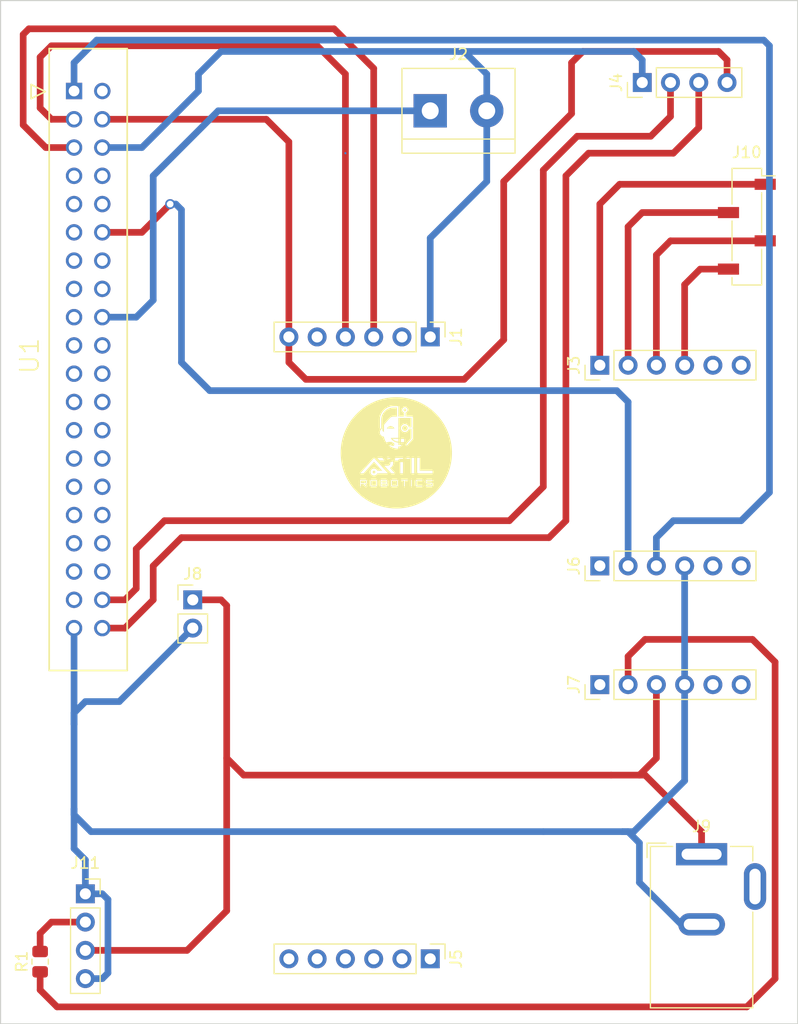
<source format=kicad_pcb>
(kicad_pcb (version 20211014) (generator pcbnew)
  (title_block (date "15 nov 2012"))
  (layers (0 "F.Cu" signal) (31 "B.Cu" signal) (34 "B.Paste" user) (35 "F.Paste" user) (36 "B.SilkS" user "B.Silkscreen") (37 "F.SilkS" user "F.Silkscreen") (38 "B.Mask" user) (39 "F.Mask" user) (44 "Edge.Cuts" user))
  (net 0 "")
  (net 1 "+3V3")
  (net 2 "+5V")
  (net 3 "GND")
  (net 4 "/ID_SD")
  (net 5 "/ID_SC")
  (net 6 "/GPIO5")
  (net 7 "/GPIO6")
  (net 8 "/GPIO26")
  (net 9 "/GPIO2(SDA1)")
  (net 10 "/GPIO3(SCL1)")
  (net 11 "/GPIO4(GCLK)")
  (net 12 "/GPIO14(TXD0)")
  (net 13 "/GPIO15(RXD0)")
  (net 14 "/GPIO17(GEN0)")
  (net 15 "/GPIO27(GEN2)")
  (net 16 "/GPIO22(GEN3)")
  (net 17 "/GPIO23(GEN4)")
  (net 18 "/GPIO24(GEN5)")
  (net 19 "/GPIO25(GEN6)")
  (net 20 "/GPIO18(GEN1)(PWM0)")
  (net 21 "/GPIO10(SPI0_MOSI)")
  (net 22 "/GPIO9(SPI0_MISO)")
  (net 23 "/GPIO11(SPI0_SCK)")
  (net 24 "/GPIO8(SPI0_CE_N)")
  (net 25 "/GPIO7(SPI1_CE_N)")
  (net 26 "/GPIO12(PWM0)")
  (net 27 "/GPIO13(PWM1)")
  (net 28 "/GPIO19(SPI1_MISO)")
  (net 29 "/GPIO16")
  (net 30 "/GPIO20(SPI1_MOSI)")
  (net 31 "/GPIO21(SPI1_SCK)")
  (net 34 "/E+")
  (net 35 "/E-")
  (net 36 "/A-")
  (net 37 "/A+")
  (net 46 "/LV1")
  (net 47 "Net-(J11-Pad2)")
  (net 48 "/LV3")
  (net 49 "/LV4")
  (net 50 "/HV1")
  (net 51 "/HV2")
  (net 52 "+5VA")
  (net 53 "/HV3")
  (net 54 "/HV4")
  (footprint "Connector_PinHeader_2.54mm:PinHeader_1x06_P2.54mm_Vertical" (layer "F.Cu") (at 268.58 138.57 -90)
    (fp_text reference "J1" (at 0 -2.33 90) (layer "F.SilkS"))
    (fp_text value "Conn_01x06")
    (pad "1" thru_hole rect (at 0 0 270) (size 1.7 1.7) (drill 1) (layers *.Cu *.Mask) (net 3 "GND"))
    (pad "2" thru_hole oval (at 0 2.54 270) (size 1.7 1.7) (drill 1) (layers *.Cu *.Mask))
    (pad "3" thru_hole oval (at 0 5.08 270) (size 1.7 1.7) (drill 1) (layers *.Cu *.Mask) (net 10 "/GPIO3(SCL1)"))
    (pad "4" thru_hole oval (at 0 7.62 270) (size 1.7 1.7) (drill 1) (layers *.Cu *.Mask) (net 9 "/GPIO2(SDA1)"))
    (pad "5" thru_hole oval (at 0 10.16 270) (size 1.7 1.7) (drill 1) (layers *.Cu *.Mask))
    (pad "6" thru_hole oval (at 0 12.7 270) (size 1.7 1.7) (drill 1) (layers *.Cu *.Mask) (net 2 "+5V"))
  )
  (footprint "Connector_PinHeader_2.54mm:PinHeader_1x04_P2.54mm_Vertical" (layer "F.Cu") (at 287.63 115.71 90)
    (fp_text reference "J4" (at 0 -2.33 90) (layer "F.SilkS"))
    (fp_text value "Conn_01x04")
    (pad "1" thru_hole rect (at 0 0 90) (size 1.7 1.7) (drill 1) (layers *.Cu *.Mask) (net 3 "GND"))
    (pad "2" thru_hole oval (at 0 2.54 90) (size 1.7 1.7) (drill 1) (layers *.Cu *.Mask) (net 30 "/GPIO20(SPI1_MOSI)"))
    (pad "3" thru_hole oval (at 0 5.08 90) (size 1.7 1.7) (drill 1) (layers *.Cu *.Mask) (net 31 "/GPIO21(SPI1_SCK)"))
    (pad "4" thru_hole oval (at 0 7.62 90) (size 1.7 1.7) (drill 1) (layers *.Cu *.Mask) (net 2 "+5V"))
  )
  (footprint "Connector_PinHeader_2.54mm:PinHeader_1x06_P2.54mm_Vertical" (layer "F.Cu") (at 283.82 159.144 90)
    (fp_text reference "J6" (at 0 -2.33 90) (layer "F.SilkS"))
    (fp_text value "Conn_01x06")
    (pad "1" thru_hole rect (at 0 0 90) (size 1.7 1.7) (drill 1) (layers *.Cu *.Mask) (net 46 "/LV1"))
    (pad "2" thru_hole oval (at 0 2.54 90) (size 1.7 1.7) (drill 1) (layers *.Cu *.Mask) (net 20 "/GPIO18(GEN1)(PWM0)"))
    (pad "3" thru_hole oval (at 0 5.08 90) (size 1.7 1.7) (drill 1) (layers *.Cu *.Mask) (net 1 "+3V3"))
    (pad "4" thru_hole oval (at 0 7.62 90) (size 1.7 1.7) (drill 1) (layers *.Cu *.Mask) (net 3 "GND"))
    (pad "5" thru_hole oval (at 0 10.16 90) (size 1.7 1.7) (drill 1) (layers *.Cu *.Mask) (net 48 "/LV3"))
    (pad "6" thru_hole oval (at 0 12.7 90) (size 1.7 1.7) (drill 1) (layers *.Cu *.Mask) (net 49 "/LV4"))
  )
  (footprint "Connector_PinHeader_2.54mm:PinHeader_1x06_P2.54mm_Vertical" (layer "F.Cu") (at 268.58 194.45 -90)
    (fp_text reference "J5" (at 0 -2.33 90) (layer "F.SilkS"))
    (fp_text value "Conn_01x06")
    (pad "1" thru_hole rect (at 0 0 270) (size 1.7 1.7) (drill 1) (layers *.Cu *.Mask))
    (pad "2" thru_hole oval (at 0 2.54 270) (size 1.7 1.7) (drill 1) (layers *.Cu *.Mask))
    (pad "3" thru_hole oval (at 0 5.08 270) (size 1.7 1.7) (drill 1) (layers *.Cu *.Mask))
    (pad "4" thru_hole oval (at 0 7.62 270) (size 1.7 1.7) (drill 1) (layers *.Cu *.Mask))
    (pad "5" thru_hole oval (at 0 10.16 270) (size 1.7 1.7) (drill 1) (layers *.Cu *.Mask))
    (pad "6" thru_hole oval (at 0 12.7 270) (size 1.7 1.7) (drill 1) (layers *.Cu *.Mask))
  )
  (footprint "Connector_PinSocket_2.54mm:PinSocket_1x04_P2.54mm_Vertical_SMD_Pin1Right" (layer "F.Cu") (at 297.028 128.664)
    (fp_text reference "J10" (at 0 -6.68) (layer "F.SilkS"))
    (fp_text value "Conn_01x04")
    (pad "1" smd rect (at 1.65 -3.81) (size 1.9 1) (layers "F.Cu" "F.Paste" "F.Mask") (net 34 "/E+"))
    (pad "2" smd rect (at -1.65 -1.27) (size 1.9 1) (layers "F.Cu" "F.Paste" "F.Mask") (net 35 "/E-"))
    (pad "3" smd rect (at 1.65 1.27) (size 1.9 1) (layers "F.Cu" "F.Paste" "F.Mask") (net 36 "/A-"))
    (pad "4" smd rect (at -1.65 3.81) (size 1.9 1) (layers "F.Cu" "F.Paste" "F.Mask") (net 37 "/A+"))
  )
  (footprint "Connector_PinSocket_2.54mm:PinSocket_1x04_P2.54mm_Vertical" (layer "F.Cu") (at 237.592 188.608)
    (fp_text reference "J11" (at 0 -2.77) (layer "F.SilkS"))
    (fp_text value "Conn_01x04")
    (pad "1" thru_hole rect (at 0 0) (size 1.7 1.7) (drill 1) (layers *.Cu *.Mask) (net 3 "GND"))
    (pad "2" thru_hole oval (at 0 2.54) (size 1.7 1.7) (drill 1) (layers *.Cu *.Mask) (net 47 "Net-(J11-Pad2)"))
    (pad "3" thru_hole oval (at 0 5.08) (size 1.7 1.7) (drill 1) (layers *.Cu *.Mask) (net 52 "+5VA"))
    (pad "4" thru_hole oval (at 0 7.62) (size 1.7 1.7) (drill 1) (layers *.Cu *.Mask) (net 3 "GND"))
  )
  (footprint "Connector_BarrelJack:BarrelJack_GCT_DCJ200-10-A_Horizontal" (layer "F.Cu") (at 292.964 185.052)
    (fp_text reference "J9" (at 0 -2.5) (layer "F.SilkS"))
    (fp_text value "Conn_01x02")
    (pad "1" thru_hole rect (at 0 0) (size 4.6 2) (drill oval 3.6 1) (layers *.Cu *.Mask) (net 52 "+5VA"))
    (pad "2" thru_hole oval (at 0 6.3) (size 4.2 2) (drill oval 3.2 1) (layers *.Cu *.Mask) (net 3 "GND"))
    (pad "3" thru_hole oval (at 4.8 2.9) (size 2 4.2) (drill oval 1 3.2) (layers *.Cu *.Mask))
  )
  (footprint "Connector_PinHeader_2.54mm:PinHeader_1x06_P2.54mm_Vertical" (layer "F.Cu") (at 283.82 141.11 90)
    (fp_text reference "J3" (at 0 -2.33 90) (layer "F.SilkS"))
    (fp_text value "Conn_01x06")
    (pad "1" thru_hole rect (at 0 0 90) (size 1.7 1.7) (drill 1) (layers *.Cu *.Mask) (net 34 "/E+"))
    (pad "2" thru_hole oval (at 0 2.54 90) (size 1.7 1.7) (drill 1) (layers *.Cu *.Mask) (net 35 "/E-"))
    (pad "3" thru_hole oval (at 0 5.08 90) (size 1.7 1.7) (drill 1) (layers *.Cu *.Mask) (net 36 "/A-"))
    (pad "4" thru_hole oval (at 0 7.62 90) (size 1.7 1.7) (drill 1) (layers *.Cu *.Mask) (net 37 "/A+"))
    (pad "5" thru_hole oval (at 0 10.16 90) (size 1.7 1.7) (drill 1) (layers *.Cu *.Mask))
    (pad "6" thru_hole oval (at 0 12.7 90) (size 1.7 1.7) (drill 1) (layers *.Cu *.Mask))
  )
  (footprint "Resistor_SMD:R_0805_2012Metric" (layer "F.Cu") (at 233.528 194.704 90)
    (fp_text reference "R1" (at 0 -1.65 90) (layer "F.SilkS"))
    (fp_text value "R")
    (pad "1" smd roundrect (at -0.9125 0 90) (size 1.025 1.4) (layers "F.Cu" "F.Paste" "F.Mask") (roundrect_rratio 0.243902) (net 51 "/HV2"))
    (pad "2" smd roundrect (at 0.9125 0 90) (size 1.025 1.4) (layers "F.Cu" "F.Paste" "F.Mask") (roundrect_rratio 0.243902) (net 47 "Net-(J11-Pad2)"))
  )
  (footprint "Sellos:Sello_completo" (layer "F.Cu") (at 265.532 148.984)
    (fp_text reference "G1" (at 0 0) (layer "F.SilkS") (effects (font (size 1.524 1.524) (thickness 0.3))))
    (fp_text value "LOGO" hide)
  )
  (footprint "Connector_PinHeader_2.54mm:PinHeader_1x02_P2.54mm_Vertical" (layer "F.Cu") (at 247.244 162.192)
    (fp_text reference "J8" (at 0 -2.33) (layer "F.SilkS"))
    (fp_text value "Conn_01x02")
    (pad "1" thru_hole rect (at 0 0) (size 1.7 1.7) (drill 1) (layers *.Cu *.Mask) (net 52 "+5VA"))
    (pad "2" thru_hole oval (at 0 2.54) (size 1.7 1.7) (drill 1) (layers *.Cu *.Mask) (net 3 "GND"))
  )
  (footprint "Connector_PinHeader_2.54mm:PinHeader_1x06_P2.54mm_Vertical" (layer "F.Cu") (at 283.82 169.812 90)
    (fp_text reference "J7" (at 0 -2.33 90) (layer "F.SilkS"))
    (fp_text value "Conn_01x06")
    (pad "1" thru_hole rect (at 0 0 90) (size 1.7 1.7) (drill 1) (layers *.Cu *.Mask) (net 50 "/HV1"))
    (pad "2" thru_hole oval (at 0 2.54 90) (size 1.7 1.7) (drill 1) (layers *.Cu *.Mask) (net 51 "/HV2"))
    (pad "3" thru_hole oval (at 0 5.08 90) (size 1.7 1.7) (drill 1) (layers *.Cu *.Mask) (net 52 "+5VA"))
    (pad "4" thru_hole oval (at 0 7.62 90) (size 1.7 1.7) (drill 1) (layers *.Cu *.Mask) (net 3 "GND"))
    (pad "5" thru_hole oval (at 0 10.16 90) (size 1.7 1.7) (drill 1) (layers *.Cu *.Mask) (net 53 "/HV3"))
    (pad "6" thru_hole oval (at 0 12.7 90) (size 1.7 1.7) (drill 1) (layers *.Cu *.Mask) (net 54 "/HV4"))
  )
  (footprint "TerminalBlock:TerminalBlock_bornier-2_P5.08mm" (layer "F.Cu") (at 268.58 118.25)
    (fp_text reference "J2" (at 2.54 -5.08) (layer "F.SilkS"))
    (fp_text value "Conn_01x02")
    (pad "1" thru_hole rect (at 0 0) (size 3 3) (drill 1.52) (layers *.Cu *.Mask) (net 18 "/GPIO24(GEN5)"))
    (pad "2" thru_hole circle (at 5.08 0) (size 3 3) (drill 1.52) (layers *.Cu *.Mask) (net 3 "GND"))
  )
  (footprint "Rubilon:3M_7840-0000PR" (layer "F.Cu") (at 239.116 116.472 90)
    (fp_text reference "U1" (at -23.7941 -6.5332 90) (layer "F.SilkS") (effects (font (size 1.641354 1.641354))))
    (fp_text value "7840-0000PR")
    (pad "1" thru_hole rect locked (at 0 -2.54 90) (size 1.4732 1.4732) (drill 0.9652) (layers *.Cu *.Mask) (net 1 "+3V3"))
    (pad "2" thru_hole circle locked (at 0 0 90) (size 1.4732 1.4732) (drill 0.9652) (layers *.Cu *.Mask) (net 2 "+5V"))
    (pad "3" thru_hole circle locked (at -2.54 -2.54 90) (size 1.4732 1.4732) (drill 0.9652) (layers *.Cu *.Mask) (net 9 "/GPIO2(SDA1)"))
    (pad "4" thru_hole circle locked (at -2.54 0 90) (size 1.4732 1.4732) (drill 0.9652) (layers *.Cu *.Mask) (net 2 "+5V"))
    (pad "5" thru_hole circle locked (at -5.08 -2.54 90) (size 1.4732 1.4732) (drill 0.9652) (layers *.Cu *.Mask) (net 10 "/GPIO3(SCL1)"))
    (pad "6" thru_hole circle locked (at -5.08 0 90) (size 1.4732 1.4732) (drill 0.9652) (layers *.Cu *.Mask) (net 3 "GND"))
    (pad "7" thru_hole circle locked (at -7.62 -2.54 90) (size 1.4732 1.4732) (drill 0.9652) (layers *.Cu *.Mask) (net 11 "/GPIO4(GCLK)"))
    (pad "8" thru_hole circle locked (at -7.62 0 90) (size 1.4732 1.4732) (drill 0.9652) (layers *.Cu *.Mask) (net 12 "/GPIO14(TXD0)"))
    (pad "9" thru_hole circle locked (at -10.16 -2.54 90) (size 1.4732 1.4732) (drill 0.9652) (layers *.Cu *.Mask) (net 3 "GND"))
    (pad "10" thru_hole circle locked (at -10.16 0 90) (size 1.4732 1.4732) (drill 0.9652) (layers *.Cu *.Mask) (net 13 "/GPIO15(RXD0)"))
    (pad "11" thru_hole circle locked (at -12.7 -2.54 90) (size 1.4732 1.4732) (drill 0.9652) (layers *.Cu *.Mask) (net 14 "/GPIO17(GEN0)"))
    (pad "12" thru_hole circle locked (at -12.7 0 90) (size 1.4732 1.4732) (drill 0.9652) (layers *.Cu *.Mask) (net 20 "/GPIO18(GEN1)(PWM0)"))
    (pad "13" thru_hole circle locked (at -15.24 -2.54 90) (size 1.4732 1.4732) (drill 0.9652) (layers *.Cu *.Mask) (net 15 "/GPIO27(GEN2)"))
    (pad "14" thru_hole circle locked (at -15.24 0 90) (size 1.4732 1.4732) (drill 0.9652) (layers *.Cu *.Mask) (net 3 "GND"))
    (pad "15" thru_hole circle locked (at -17.78 -2.54 90) (size 1.4732 1.4732) (drill 0.9652) (layers *.Cu *.Mask) (net 16 "/GPIO22(GEN3)"))
    (pad "16" thru_hole circle locked (at -17.78 0 90) (size 1.4732 1.4732) (drill 0.9652) (layers *.Cu *.Mask) (net 17 "/GPIO23(GEN4)"))
    (pad "17" thru_hole circle locked (at -20.32 -2.54 90) (size 1.4732 1.4732) (drill 0.9652) (layers *.Cu *.Mask) (net 1 "+3V3"))
    (pad "18" thru_hole circle locked (at -20.32 0 90) (size 1.4732 1.4732) (drill 0.9652) (layers *.Cu *.Mask) (net 18 "/GPIO24(GEN5)"))
    (pad "19" thru_hole circle locked (at -22.86 -2.54 90) (size 1.4732 1.4732) (drill 0.9652) (layers *.Cu *.Mask) (net 21 "/GPIO10(SPI0_MOSI)"))
    (pad "20" thru_hole circle locked (at -22.86 0 90) (size 1.4732 1.4732) (drill 0.9652) (layers *.Cu *.Mask) (net 3 "GND"))
    (pad "21" thru_hole circle locked (at -25.4 -2.54 90) (size 1.4732 1.4732) (drill 0.9652) (layers *.Cu *.Mask) (net 22 "/GPIO9(SPI0_MISO)"))
    (pad "22" thru_hole circle locked (at -25.4 0 90) (size 1.4732 1.4732) (drill 0.9652) (layers *.Cu *.Mask) (net 19 "/GPIO25(GEN6)"))
    (pad "23" thru_hole circle locked (at -27.94 -2.54 90) (size 1.4732 1.4732) (drill 0.9652) (layers *.Cu *.Mask) (net 23 "/GPIO11(SPI0_SCK)"))
    (pad "24" thru_hole circle locked (at -27.94 0 90) (size 1.4732 1.4732) (drill 0.9652) (layers *.Cu *.Mask) (net 24 "/GPIO8(SPI0_CE_N)"))
    (pad "25" thru_hole circle locked (at -30.48 -2.54 90) (size 1.4732 1.4732) (drill 0.9652) (layers *.Cu *.Mask) (net 3 "GND"))
    (pad "26" thru_hole circle locked (at -30.48 0 90) (size 1.4732 1.4732) (drill 0.9652) (layers *.Cu *.Mask) (net 25 "/GPIO7(SPI1_CE_N)"))
    (pad "27" thru_hole circle locked (at -33.02 -2.54 90) (size 1.4732 1.4732) (drill 0.9652) (layers *.Cu *.Mask) (net 4 "/ID_SD"))
    (pad "28" thru_hole circle locked (at -33.02 0 90) (size 1.4732 1.4732) (drill 0.9652) (layers *.Cu *.Mask) (net 5 "/ID_SC"))
    (pad "29" thru_hole circle locked (at -35.56 -2.54 90) (size 1.4732 1.4732) (drill 0.9652) (layers *.Cu *.Mask) (net 6 "/GPIO5"))
    (pad "30" thru_hole circle locked (at -35.56 0 90) (size 1.4732 1.4732) (drill 0.9652) (layers *.Cu *.Mask) (net 3 "GND"))
    (pad "31" thru_hole circle locked (at -38.1 -2.54 90) (size 1.4732 1.4732) (drill 0.9652) (layers *.Cu *.Mask) (net 7 "/GPIO6"))
    (pad "32" thru_hole circle locked (at -38.1 0 90) (size 1.4732 1.4732) (drill 0.9652) (layers *.Cu *.Mask) (net 26 "/GPIO12(PWM0)"))
    (pad "33" thru_hole circle locked (at -40.64 -2.54 90) (size 1.4732 1.4732) (drill 0.9652) (layers *.Cu *.Mask) (net 27 "/GPIO13(PWM1)"))
    (pad "34" thru_hole circle locked (at -40.64 0 90) (size 1.4732 1.4732) (drill 0.9652) (layers *.Cu *.Mask) (net 3 "GND"))
    (pad "35" thru_hole circle locked (at -43.18 -2.54 90) (size 1.4732 1.4732) (drill 0.9652) (layers *.Cu *.Mask) (net 28 "/GPIO19(SPI1_MISO)"))
    (pad "36" thru_hole circle locked (at -43.18 0 90) (size 1.4732 1.4732) (drill 0.9652) (layers *.Cu *.Mask) (net 29 "/GPIO16"))
    (pad "37" thru_hole circle locked (at -45.72 -2.54 90) (size 1.4732 1.4732) (drill 0.9652) (layers *.Cu *.Mask) (net 8 "/GPIO26"))
    (pad "38" thru_hole circle locked (at -45.72 0 90) (size 1.4732 1.4732) (drill 0.9652) (layers *.Cu *.Mask) (net 30 "/GPIO20(SPI1_MOSI)"))
    (pad "39" thru_hole circle locked (at -48.26 -2.54 90) (size 1.4732 1.4732) (drill 0.9652) (layers *.Cu *.Mask) (net 3 "GND"))
    (pad "40" thru_hole circle locked (at -48.26 0 90) (size 1.4732 1.4732) (drill 0.9652) (layers *.Cu *.Mask) (net 31 "/GPIO21(SPI1_SCK)"))
  )
  (gr_line (start 229.972 108.344) (end 301.6 108.344) (layer "Edge.Cuts") (width 0.1))
  (gr_line (start 301.6 108.344) (end 301.6 200.292) (layer "Edge.Cuts") (width 0.1))
  (gr_line (start 301.6 200.292) (end 229.972 200.292) (layer "Edge.Cuts") (width 0.1))
  (gr_line (start 229.972 200.292) (end 229.972 108.344) (layer "Edge.Cuts") (width 0.1))
  (segment (start 296.52 155.08) (end 299.06 152.54) (width 0.6) (layer "B.Cu") (net 1))
  (segment (start 236.576 113.932) (end 236.576 116.472) (width 0.6) (layer "B.Cu") (net 1))
  (segment (start 290.424 155.08) (end 296.52 155.08) (width 0.6) (layer "B.Cu") (net 1))
  (segment (start 299.06 112.408) (end 298.552 111.9) (width 0.6) (layer "B.Cu") (net 1))
  (segment (start 238.608 111.9) (end 236.576 113.932) (width 0.6) (layer "B.Cu") (net 1))
  (segment (start 288.9 156.604) (end 288.9 159.144) (width 0.6) (layer "B.Cu") (net 1))
  (segment (start 298.552 111.9) (end 238.608 111.9) (width 0.6) (layer "B.Cu") (net 1))
  (segment (start 288.9 156.604) (end 290.424 155.08) (width 0.6) (layer "B.Cu") (net 1))
  (segment (start 299.06 152.54) (end 299.06 112.408) (width 0.6) (layer "B.Cu") (net 1))
  (segment (start 255.88 121.044) (end 253.848 119.012) (width 0.6) (layer "F.Cu") (net 2))
  (segment (start 282.296 112.916) (end 294.488 112.916) (width 0.6) (layer "F.Cu") (net 2))
  (segment (start 294.488 112.916) (end 295.25 113.678) (width 0.6) (layer "F.Cu") (net 2))
  (segment (start 275.184 124.6) (end 281.28 118.504) (width 0.6) (layer "F.Cu") (net 2))
  (segment (start 271.628 142.38) (end 275.184 138.824) (width 0.6) (layer "F.Cu") (net 2))
  (segment (start 295.25 113.678) (end 295.25 115.71) (width 0.6) (layer "F.Cu") (net 2))
  (segment (start 255.88 140.856) (end 257.404 142.38) (width 0.6) (layer "F.Cu") (net 2))
  (segment (start 275.184 138.824) (end 275.184 124.6) (width 0.6) (layer "F.Cu") (net 2))
  (segment (start 281.28 113.932) (end 282.296 112.916) (width 0.6) (layer "F.Cu") (net 2))
  (segment (start 253.848 119.012) (end 239.116 119.012) (width 0.6) (layer "F.Cu") (net 2))
  (segment (start 255.88 138.57) (end 255.88 140.856) (width 0.6) (layer "F.Cu") (net 2))
  (segment (start 257.404 142.38) (end 271.628 142.38) (width 0.6) (layer "F.Cu") (net 2))
  (segment (start 255.88 138.57) (end 255.88 121.044) (width 0.6) (layer "F.Cu") (net 2))
  (segment (start 281.28 118.504) (end 281.28 113.932) (width 0.6) (layer "F.Cu") (net 2))
  (segment (start 287.376 187.592) (end 287.376 184.036) (width 0.6) (layer "B.Cu") (net 3))
  (segment (start 236.576 184.544) (end 236.576 180.988) (width 0.6) (layer "B.Cu") (net 3))
  (segment (start 236.576 173.368) (end 236.576 180.988) (width 0.6) (layer "B.Cu") (net 3))
  (segment (start 237.592 185.56) (end 236.576 184.544) (width 0.6) (layer "B.Cu") (net 3))
  (segment (start 236.576 172.352) (end 236.576 173.368) (width 0.6) (layer "B.Cu") (net 3))
  (segment (start 292.964 191.352) (end 291.136 191.352) (width 0.6) (layer "B.Cu") (net 3))
  (segment (start 236.576 181.496) (end 238.1 183.02) (width 0.6) (layer "B.Cu") (net 3))
  (segment (start 273.66 114.948) (end 273.66 118.25) (width 0.6) (layer "B.Cu") (net 3))
  (segment (start 236.576 180.988) (end 236.576 181.496) (width 0.6) (layer "B.Cu") (net 3))
  (segment (start 247.752 114.948) (end 249.784 112.916) (width 0.6) (layer "B.Cu") (net 3))
  (segment (start 242.672 121.552) (end 247.752 116.472) (width 0.6) (layer "B.Cu") (net 3))
  (segment (start 239.116 121.552) (end 242.672 121.552) (width 0.6) (layer "B.Cu") (net 3))
  (segment (start 268.58 129.68) (end 273.66 124.6) (width 0.6) (layer "B.Cu") (net 3))
  (segment (start 291.136 191.352) (end 287.376 187.592) (width 0.6) (layer "B.Cu") (net 3))
  (segment (start 291.44 159.144) (end 291.44 169.812) (width 0.6) (layer "B.Cu") (net 3))
  (segment (start 237.592 171.336) (end 236.576 172.352) (width 0.6) (layer "B.Cu") (net 3))
  (segment (start 291.44 178.448) (end 291.44 169.812) (width 0.6) (layer "B.Cu") (net 3))
  (segment (start 249.784 112.916) (end 271.12 112.916) (width 0.6) (layer "B.Cu") (net 3))
  (segment (start 271.628 112.916) (end 273.66 114.948) (width 0.6) (layer "B.Cu") (net 3))
  (segment (start 287.376 184.036) (end 286.36 183.02) (width 0.6) (layer "B.Cu") (net 3))
  (segment (start 239.116 188.608) (end 237.592 188.608) (width 0.6) (layer "B.Cu") (net 3))
  (segment (start 237.592 188.608) (end 237.592 185.56) (width 0.6) (layer "B.Cu") (net 3))
  (segment (start 286.36 183.02) (end 285.852 183.02) (width 0.6) (layer "B.Cu") (net 3))
  (segment (start 239.116 196.228) (end 239.624 195.72) (width 0.6) (layer "B.Cu") (net 3))
  (segment (start 286.868 112.916) (end 271.12 112.916) (width 0.6) (layer "B.Cu") (net 3))
  (segment (start 237.592 196.228) (end 239.116 196.228) (width 0.6) (layer "B.Cu") (net 3))
  (segment (start 247.244 164.732) (end 240.64 171.336) (width 0.6) (layer "B.Cu") (net 3))
  (segment (start 273.66 124.6) (end 273.66 118.25) (width 0.6) (layer "B.Cu") (net 3))
  (segment (start 286.868 183.02) (end 291.44 178.448) (width 0.6) (layer "B.Cu") (net 3))
  (segment (start 240.64 171.336) (end 237.592 171.336) (width 0.6) (layer "B.Cu") (net 3))
  (segment (start 285.852 183.02) (end 286.868 183.02) (width 0.6) (layer "B.Cu") (net 3))
  (segment (start 260.955 122.055) (end 260.96 122.06) (width 0.2) (layer "B.Cu") (net 3))
  (segment (start 278.74 183.02) (end 285.852 183.02) (width 0.6) (layer "B.Cu") (net 3))
  (segment (start 287.63 113.678) (end 286.868 112.916) (width 0.6) (layer "B.Cu") (net 3))
  (segment (start 278.74 183.02) (end 238.1 183.02) (width 0.6) (layer "B.Cu") (net 3))
  (segment (start 236.576 164.732) (end 236.576 173.368) (width 0.6) (layer "B.Cu") (net 3))
  (segment (start 239.624 189.116) (end 239.116 188.608) (width 0.6) (layer "B.Cu") (net 3))
  (segment (start 268.58 138.57) (end 268.58 129.68) (width 0.6) (layer "B.Cu") (net 3))
  (segment (start 247.752 116.472) (end 247.752 114.948) (width 0.6) (layer "B.Cu") (net 3))
  (segment (start 271.12 112.916) (end 271.628 112.916) (width 0.6) (layer "B.Cu") (net 3))
  (segment (start 239.624 195.72) (end 239.624 189.116) (width 0.6) (layer "B.Cu") (net 3))
  (segment (start 287.63 115.71) (end 287.63 113.678) (width 0.6) (layer "B.Cu") (net 3))
  (segment (start 234.544 112.408) (end 233.528 113.424) (width 0.6) (layer "F.Cu") (net 9))
  (segment (start 260.96 114.948) (end 258.42 112.408) (width 0.6) (layer "F.Cu") (net 9))
  (segment (start 233.528 117.996) (end 234.544 119.012) (width 0.6) (layer "F.Cu") (net 9))
  (segment (start 234.544 119.012) (end 236.576 119.012) (width 0.6) (layer "F.Cu") (net 9))
  (segment (start 258.42 112.408) (end 234.544 112.408) (width 0.6) (layer "F.Cu") (net 9))
  (segment (start 233.528 113.424) (end 233.528 117.996) (width 0.6) (layer "F.Cu") (net 9))
  (segment (start 260.96 138.57) (end 260.96 114.948) (width 0.6) (layer "F.Cu") (net 9))
  (segment (start 234.036 121.552) (end 236.576 121.552) (width 0.6) (layer "F.Cu") (net 10))
  (segment (start 263.5 138.57) (end 263.5 114.44) (width 0.6) (layer "F.Cu") (net 10))
  (segment (start 259.944 110.884) (end 232.512 110.884) (width 0.6) (layer "F.Cu") (net 10))
  (segment (start 232.004 111.392) (end 232.004 119.52) (width 0.6) (layer "F.Cu") (net 10))
  (segment (start 232.004 119.52) (end 234.036 121.552) (width 0.6) (layer "F.Cu") (net 10))
  (segment (start 232.512 110.884) (end 232.004 111.392) (width 0.6) (layer "F.Cu") (net 10))
  (segment (start 263.5 114.44) (end 259.944 110.884) (width 0.6) (layer "F.Cu") (net 10))
  (segment (start 242.164 136.792) (end 239.116 136.792) (width 0.6) (layer "B.Cu") (net 18))
  (segment (start 268.58 118.25) (end 249.53 118.25) (width 0.6) (layer "B.Cu") (net 18))
  (segment (start 243.688 124.092) (end 243.688 135.268) (width 0.6) (layer "B.Cu") (net 18))
  (segment (start 243.688 135.268) (end 242.164 136.792) (width 0.6) (layer "B.Cu") (net 18))
  (segment (start 249.53 118.25) (end 243.688 124.092) (width 0.6) (layer "B.Cu") (net 18))
  (segment (start 242.672 129.172) (end 239.116 129.172) (width 0.6) (layer "F.Cu") (net 20))
  (segment (start 245.212 126.632) (end 242.672 129.172) (width 0.6) (layer "F.Cu") (net 20))
  (via (at 245.212 126.632) (size 0.9) (drill 0.6) (layers "F.Cu" "B.Cu") (net 20))
  (segment (start 286.36 159.144) (end 286.36 144.412) (width 0.6) (layer "B.Cu") (net 20))
  (segment (start 246.228 127.14) (end 245.72 126.632) (width 0.6) (layer "B.Cu") (net 20))
  (segment (start 245.72 126.632) (end 245.212 126.632) (width 0.6) (layer "B.Cu") (net 20))
  (segment (start 285.344 143.396) (end 248.768 143.396) (width 0.6) (layer "B.Cu") (net 20))
  (segment (start 246.228 140.856) (end 246.228 127.14) (width 0.6) (layer "B.Cu") (net 20))
  (segment (start 286.36 144.412) (end 285.344 143.396) (width 0.6) (layer "B.Cu") (net 20))
  (segment (start 248.768 143.396) (end 246.228 140.856) (width 0.6) (layer "B.Cu") (net 20))
  (segment (start 242.164 157.62) (end 244.704 155.08) (width 0.6) (layer "F.Cu") (net 30))
  (segment (start 288.392 120.536) (end 290.17 118.758) (width 0.6) (layer "F.Cu") (net 30))
  (segment (start 244.704 155.08) (end 275.692 155.08) (width 0.6) (layer "F.Cu") (net 30))
  (segment (start 281.788 120.536) (end 288.392 120.536) (width 0.6) (layer "F.Cu") (net 30))
  (segment (start 290.17 118.758) (end 290.17 115.71) (width 0.6) (layer "F.Cu") (net 30))
  (segment (start 278.74 152.032) (end 278.74 123.584) (width 0.6) (layer "F.Cu") (net 30))
  (segment (start 278.74 123.584) (end 281.788 120.536) (width 0.6) (layer "F.Cu") (net 30))
  (segment (start 275.692 155.08) (end 278.74 152.032) (width 0.6) (layer "F.Cu") (net 30))
  (segment (start 239.116 162.192) (end 241.148 162.192) (width 0.6) (layer "F.Cu") (net 30))
  (segment (start 241.148 162.192) (end 242.164 161.176) (width 0.6) (layer "F.Cu") (net 30))
  (segment (start 242.164 161.176) (end 242.164 157.62) (width 0.6) (layer "F.Cu") (net 30))
  (segment (start 243.688 159.144) (end 246.228 156.604) (width 0.6) (layer "F.Cu") (net 31))
  (segment (start 241.148 164.732) (end 243.688 162.192) (width 0.6) (layer "F.Cu") (net 31))
  (segment (start 280.772 124.092) (end 282.804 122.06) (width 0.6) (layer "F.Cu") (net 31))
  (segment (start 282.804 122.06) (end 290.424 122.06) (width 0.6) (layer "F.Cu") (net 31))
  (segment (start 243.688 162.192) (end 243.688 159.144) (width 0.6) (layer "F.Cu") (net 31))
  (segment (start 279.248 156.604) (end 280.772 155.08) (width 0.6) (layer "F.Cu") (net 31))
  (segment (start 239.116 164.732) (end 241.148 164.732) (width 0.6) (layer "F.Cu") (net 31))
  (segment (start 246.228 156.604) (end 279.248 156.604) (width 0.6) (layer "F.Cu") (net 31))
  (segment (start 290.424 122.06) (end 292.71 119.774) (width 0.6) (layer "F.Cu") (net 31))
  (segment (start 292.71 119.774) (end 292.71 115.71) (width 0.6) (layer "F.Cu") (net 31))
  (segment (start 280.772 155.08) (end 280.772 124.092) (width 0.6) (layer "F.Cu") (net 31))
  (segment (start 283.82 126.632) (end 283.82 141.11) (width 0.6) (layer "F.Cu") (net 34))
  (segment (start 285.598 124.854) (end 283.82 126.632) (width 0.6) (layer "F.Cu") (net 34))
  (segment (start 298.678 124.854) (end 285.598 124.854) (width 0.6) (layer "F.Cu") (net 34))
  (segment (start 286.36 128.664) (end 286.36 141.11) (width 0.6) (layer "F.Cu") (net 35))
  (segment (start 287.63 127.394) (end 286.36 128.664) (width 0.6) (layer "F.Cu") (net 35))
  (segment (start 295.378 127.394) (end 287.63 127.394) (width 0.6) (layer "F.Cu") (net 35))
  (segment (start 290.17 129.934) (end 288.9 131.204) (width 0.6) (layer "F.Cu") (net 36))
  (segment (start 298.678 129.934) (end 290.17 129.934) (width 0.6) (layer "F.Cu") (net 36))
  (segment (start 288.9 131.204) (end 288.9 141.11) (width 0.6) (layer "F.Cu") (net 36))
  (segment (start 291.44 133.872) (end 292.838 132.474) (width 0.6) (layer "F.Cu") (net 37))
  (segment (start 291.44 141.11) (end 291.44 133.872) (width 0.6) (layer "F.Cu") (net 37))
  (segment (start 295.378 132.474) (end 292.838 132.474) (width 0.6) (layer "F.Cu") (net 37))
  (segment (start 234.544 191.148) (end 233.528 192.164) (width 0.6) (layer "F.Cu") (net 47))
  (segment (start 233.528 192.164) (end 233.528 193.7915) (width 0.6) (layer "F.Cu") (net 47))
  (segment (start 237.592 191.148) (end 234.544 191.148) (width 0.6) (layer "F.Cu") (net 47))
  (segment (start 286.36 167.272) (end 286.36 169.812) (width 0.6) (layer "F.Cu") (net 51))
  (segment (start 287.884 165.748) (end 286.36 167.272) (width 0.6) (layer "F.Cu") (net 51))
  (segment (start 233.528 197.244) (end 235.052 198.768) (width 0.6) (layer "F.Cu") (net 51))
  (segment (start 299.568 167.78) (end 297.536 165.748) (width 0.6) (layer "F.Cu") (net 51))
  (segment (start 235.052 198.768) (end 297.028 198.768) (width 0.6) (layer "F.Cu") (net 51))
  (segment (start 233.528 195.6165) (end 233.528 197.244) (width 0.6) (layer "F.Cu") (net 51))
  (segment (start 297.536 165.748) (end 287.884 165.748) (width 0.6) (layer "F.Cu") (net 51))
  (segment (start 297.028 198.768) (end 299.568 196.228) (width 0.6) (layer "F.Cu") (net 51))
  (segment (start 299.568 196.228) (end 299.568 167.78) (width 0.6) (layer "F.Cu") (net 51))
  (segment (start 237.592 193.688) (end 246.736 193.688) (width 0.6) (layer "F.Cu") (net 52))
  (segment (start 292.964 185.052) (end 292.964 183.02) (width 0.6) (layer "F.Cu") (net 52))
  (segment (start 287.376 177.94) (end 284.836 177.94) (width 0.6) (layer "F.Cu") (net 52))
  (segment (start 284.836 177.94) (end 251.816 177.94) (width 0.6) (layer "F.Cu") (net 52))
  (segment (start 250.292 190.132) (end 250.292 176.416) (width 0.6) (layer "F.Cu") (net 52))
  (segment (start 246.736 193.688) (end 250.292 190.132) (width 0.6) (layer "F.Cu") (net 52))
  (segment (start 288.9 169.812) (end 288.9 176.416) (width 0.6) (layer "F.Cu") (net 52))
  (segment (start 288.9 176.416) (end 287.376 177.94) (width 0.6) (layer "F.Cu") (net 52))
  (segment (start 287.884 177.94) (end 287.376 177.94) (width 0.6) (layer "F.Cu") (net 52))
  (segment (start 249.784 162.192) (end 247.244 162.192) (width 0.6) (layer "F.Cu") (net 52))
  (segment (start 292.964 183.02) (end 287.884 177.94) (width 0.6) (layer "F.Cu") (net 52))
  (segment (start 251.816 177.94) (end 250.292 176.416) (width 0.6) (layer "F.Cu") (net 52))
  (segment (start 250.292 162.7) (end 249.784 162.192) (width 0.6) (layer "F.Cu") (net 52))
  (segment (start 250.292 176.416) (end 250.292 162.7) (width 0.6) (layer "F.Cu") (net 52))
)
</source>
